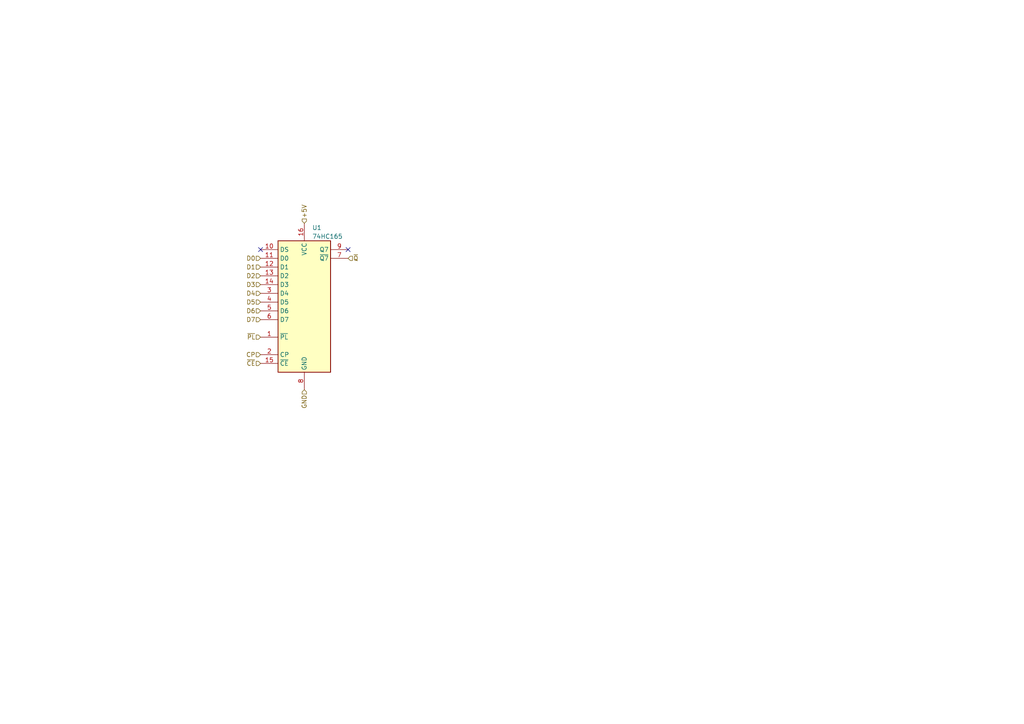
<source format=kicad_sch>
(kicad_sch (version 20230121) (generator eeschema)
  (paper "A4")
  (lib_symbols
    (symbol "74xx:74HC165"
      (property "Reference" "U" (at -7.62 19.05 0))
      (property "Value" "74HC165" (at -7.62 -21.59 0))
      (symbol "74HC165_1_0"
        (pin input line (at -12.7 -10.16 0) (length 5.08) (name "~{PL}") (number "1"))
        (pin input line (at -12.7 15.24 0) (length 5.08) (name "DS") (number "10"))
        (pin input line (at -12.7 12.7 0) (length 5.08) (name "D0") (number "11"))
        (pin input line (at -12.7 10.16 0) (length 5.08) (name "D1") (number "12"))
        (pin input line (at -12.7 7.62 0) (length 5.08) (name "D2") (number "13"))
        (pin input line (at -12.7 5.08 0) (length 5.08) (name "D3") (number "14"))
        (pin input line (at -12.7 -17.78 0) (length 5.08) (name "~{CE}") (number "15"))
        (pin power_in line (at 0 22.86 270) (length 5.08) (name "VCC") (number "16"))
        (pin input line (at -12.7 -15.24 0) (length 5.08) (name "CP") (number "2"))
        (pin input line (at -12.7 2.54 0) (length 5.08) (name "D4") (number "3"))
        (pin input line (at -12.7 0 0) (length 5.08) (name "D5") (number "4"))
        (pin input line (at -12.7 -2.54 0) (length 5.08) (name "D6") (number "5"))
        (pin input line (at -12.7 -5.08 0) (length 5.08) (name "D7") (number "6"))
        (pin output line (at 12.7 12.7 180) (length 5.08) (name "~{Q7}") (number "7"))
        (pin power_in line (at 0 -25.4 90) (length 5.08) (name "GND") (number "8"))
        (pin output line (at 12.7 15.24 180) (length 5.08) (name "Q7") (number "9"))
      )
      (symbol "74HC165_1_1"
        (rectangle (start -7.62 17.78) (end 7.62 -20.32) (stroke (width 0.254)) (fill (type background)))
      )
    )
  )
  (no_connect (at 75.565 72.39))
  (no_connect (at 100.965 72.39))
  (hierarchical_label "~{PL}" (shape input) (at 75.565 97.79 180))
  (hierarchical_label "D5" (shape input) (at 75.565 87.63 180))
  (hierarchical_label "D6" (shape input) (at 75.565 90.17 180))
  (hierarchical_label "+5V" (shape input) (at 88.265 64.77 90))
  (hierarchical_label "D7" (shape input) (at 75.565 92.71 180))
  (hierarchical_label "D2" (shape input) (at 75.565 80.01 180))
  (hierarchical_label "D0" (shape input) (at 75.565 74.93 180))
  (hierarchical_label "D4" (shape input) (at 75.565 85.09 180))
  (hierarchical_label "~{Q}" (shape input) (at 100.965 74.93 0))
  (hierarchical_label "D3" (shape input) (at 75.565 82.55 180))
  (hierarchical_label "~{CE}" (shape input) (at 75.565 105.41 180))
  (hierarchical_label "CP" (shape input) (at 75.565 102.87 180))
  (hierarchical_label "GND" (shape input) (at 88.265 113.03 270))
  (hierarchical_label "D1" (shape input) (at 75.565 77.47 180))
  (symbol (lib_id "74xx:74HC165") (at 88.265 87.63 0) (unit 1)
    (property "Reference" "U1" (at 90.5343 66.04 0) (effects (justify left)))
    (property "Value" "74HC165" (at 90.5343 68.58 0) (effects (justify left)))
    (property "Datasheet" "https://assets.nexperia.com/documents/data-sheet/74HC_HCT165.pdf" (effects hide))
    (instances (project "mechpad" (path "" (reference "U1") (unit 1)) (path "" (reference "U2") (unit 1)) (path "" (reference "U1") (unit 1))))
  )
)
</source>
